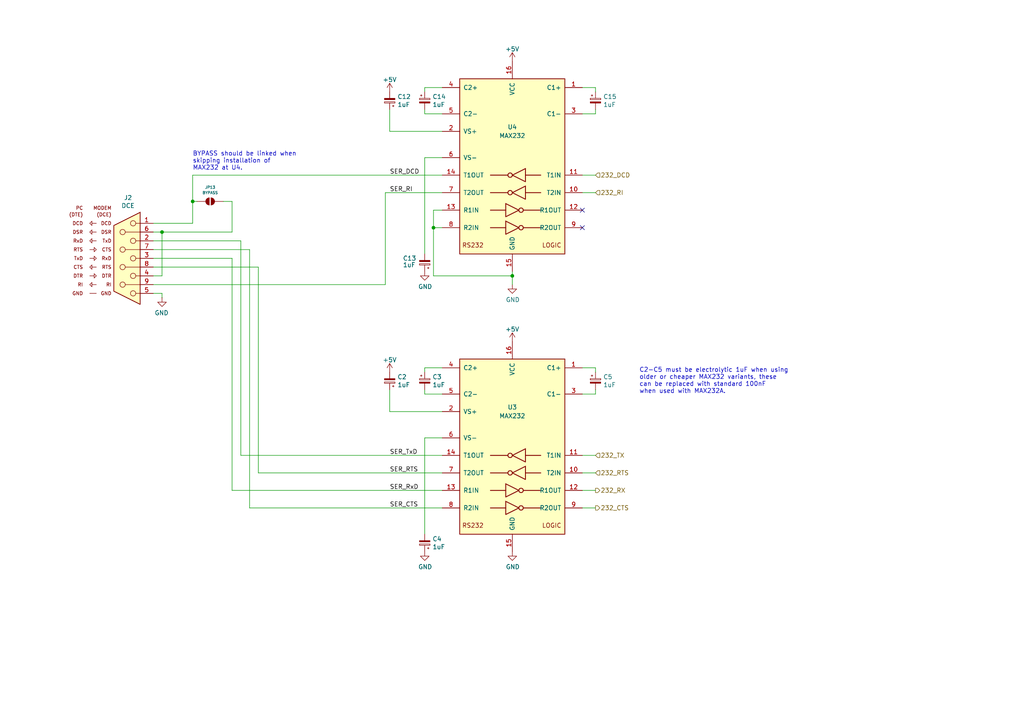
<source format=kicad_sch>
(kicad_sch (version 20231120) (generator "eeschema") (generator_version "8.0")
  (paper "A4")
  (title_block (title "BulkyModem-32 Module (RS-232)") (rev "A"))
  (lib_symbols
    (symbol "Device:C_Polarized_Small" (pin_numbers hide) (pin_names (offset 0.254) hide)
      (property "Reference" "C" (at 0.254 1.778 0))
      (property "Value" "C_Polarized_Small" (at 0.254 -2.032 0))
      (symbol "C_Polarized_Small_0_1"
        (rectangle (start -1.524 -0.3048) (end 1.524 -0.6858) (fill (type outline)))
        (rectangle (start -1.524 0.6858) (end 1.524 0.3048))
        (polyline (pts (xy -1.27 1.524) (xy -0.762 1.524)))
        (polyline (pts (xy -1.016 1.27) (xy -1.016 1.778)))
      )
      (symbol "C_Polarized_Small_1_1"
        (pin passive line (at 0 2.54 270) (length 1.8542) (name "~") (number "1"))
        (pin passive line (at 0 -2.54 90) (length 1.8542) (name "~") (number "2"))
      )
    )
    (symbol "Interface_UART:MAX232" (pin_names (offset 1.016))
      (property "Reference" "U" (at -2.54 28.575 0))
      (property "Value" "MAX232" (at -2.54 26.67 0))
      (symbol "MAX232_0_0"
        (text "LOGIC" (at -11.43 -22.86 0) (effects (font (size 1.27 1.27))))
        (text "RS232" (at 11.43 -22.86 0) (effects (font (size 1.27 1.27))))
      )
      (symbol "MAX232_0_1"
        (rectangle (start -15.24 -25.4) (end 15.24 25.4) (stroke (width 0.254)) (fill (type background)))
        (circle (center -2.54 -17.78) (radius 0.635) (stroke (width 0.254)))
        (circle (center -2.54 -12.7) (radius 0.635) (stroke (width 0.254)))
        (polyline (pts (xy -3.81 -7.62) (xy -8.255 -7.62)) (stroke (width 0.254)))
        (polyline (pts (xy -3.81 -2.54) (xy -8.255 -2.54)) (stroke (width 0.254)))
        (polyline (pts (xy -3.175 -17.78) (xy -8.255 -17.78)) (stroke (width 0.254)))
        (polyline (pts (xy -3.175 -12.7) (xy -8.255 -12.7)) (stroke (width 0.254)))
        (polyline (pts (xy 1.27 -7.62) (xy 6.35 -7.62)) (stroke (width 0.254)))
        (polyline (pts (xy 1.27 -2.54) (xy 6.35 -2.54)) (stroke (width 0.254)))
        (polyline (pts (xy 1.905 -17.78) (xy 6.35 -17.78)) (stroke (width 0.254)))
        (polyline (pts (xy 1.905 -12.7) (xy 6.35 -12.7)) (stroke (width 0.254)))
        (polyline (pts (xy -3.81 -5.715) (xy -3.81 -9.525) (xy 0 -7.62) (xy -3.81 -5.715)) (stroke (width 0.254)))
        (polyline (pts (xy -3.81 -0.635) (xy -3.81 -4.445) (xy 0 -2.54) (xy -3.81 -0.635)) (stroke (width 0.254)))
        (polyline (pts (xy 1.905 -15.875) (xy 1.905 -19.685) (xy -1.905 -17.78) (xy 1.905 -15.875)) (stroke (width 0.254)))
        (polyline (pts (xy 1.905 -10.795) (xy 1.905 -14.605) (xy -1.905 -12.7) (xy 1.905 -10.795)) (stroke (width 0.254)))
        (circle (center 0.635 -7.62) (radius 0.635) (stroke (width 0.254)))
        (circle (center 0.635 -2.54) (radius 0.635) (stroke (width 0.254)))
      )
      (symbol "MAX232_1_1"
        (pin passive line (at -20.32 22.86 0) (length 5.08) (name "C1+") (number "1"))
        (pin input line (at -20.32 -7.62 0) (length 5.08) (name "T2IN") (number "10"))
        (pin input line (at -20.32 -2.54 0) (length 5.08) (name "T1IN") (number "11"))
        (pin output line (at -20.32 -12.7 0) (length 5.08) (name "R1OUT") (number "12"))
        (pin input line (at 20.32 -12.7 180) (length 5.08) (name "R1IN") (number "13"))
        (pin output line (at 20.32 -2.54 180) (length 5.08) (name "T1OUT") (number "14"))
        (pin power_in line (at 0 -30.48 90) (length 5.08) (name "GND") (number "15"))
        (pin power_in line (at 0 30.48 270) (length 5.08) (name "VCC") (number "16"))
        (pin power_out line (at 20.32 10.16 180) (length 5.08) (name "VS+") (number "2"))
        (pin passive line (at -20.32 15.24 0) (length 5.08) (name "C1-") (number "3"))
        (pin passive line (at 20.32 22.86 180) (length 5.08) (name "C2+") (number "4"))
        (pin passive line (at 20.32 15.24 180) (length 5.08) (name "C2-") (number "5"))
        (pin power_out line (at 20.32 2.54 180) (length 5.08) (name "VS-") (number "6"))
        (pin output line (at 20.32 -7.62 180) (length 5.08) (name "T2OUT") (number "7"))
        (pin input line (at 20.32 -17.78 180) (length 5.08) (name "R2IN") (number "8"))
        (pin output line (at -20.32 -17.78 0) (length 5.08) (name "R2OUT") (number "9"))
      )
    )
    (symbol "Jumper:SolderJumper_2_Open" (pin_numbers hide) (pin_names (offset 0) hide) (exclude_from_sim yes) (in_bom no)
      (property "Reference" "JP" (at 0 2.032 0))
      (property "Value" "SolderJumper_2_Open" (at 0 -2.54 0))
      (symbol "SolderJumper_2_Open_0_1"
        (arc (start -0.254 1.016) (mid -1.2656 0) (end -0.254 -1.016))
        (arc (start -0.254 1.016) (mid -1.2656 0) (end -0.254 -1.016) (fill (type outline)))
        (polyline (pts (xy -0.254 1.016) (xy -0.254 -1.016)))
        (polyline (pts (xy 0.254 1.016) (xy 0.254 -1.016)))
        (arc (start 0.254 -1.016) (mid 1.2656 0) (end 0.254 1.016))
        (arc (start 0.254 -1.016) (mid 1.2656 0) (end 0.254 1.016) (fill (type outline)))
      )
      (symbol "SolderJumper_2_Open_1_1"
        (pin passive line (at -3.81 0 0) (length 2.54) (name "A") (number "1"))
        (pin passive line (at 3.81 0 180) (length 2.54) (name "B") (number "2"))
      )
    )
    (symbol "power:+5V" (power) (pin_numbers hide) (pin_names (offset 0) hide)
      (property "Value" "+5V" (at 0 3.556 0))
      (symbol "+5V_0_1"
        (polyline (pts (xy -0.762 1.27) (xy 0 2.54)))
        (polyline (pts (xy 0 0) (xy 0 2.54)))
        (polyline (pts (xy 0 2.54) (xy 0.762 1.27)))
      )
      (symbol "+5V_1_1"
        (pin power_in line (at 0 0 90) (length 0) (name "~") (number "1"))
      )
    )
    (symbol "power:GND" (power) (pin_numbers hide) (pin_names (offset 0) hide)
      (property "Value" "GND" (at 0 -3.81 0))
      (symbol "GND_0_1"
        (polyline (pts (xy 0 0) (xy 0 -1.27) (xy 1.27 -1.27) (xy 0 -2.54) (xy -1.27 -1.27) (xy 0 -1.27)))
      )
      (symbol "GND_1_1"
        (pin power_in line (at 0 0 270) (length 0) (name "~") (number "1"))
      )
    )
    (symbol "rs232_port:RS232_DCE" (pin_names (offset 1.016) hide)
      (property "Reference" "J" (at 0 13.97 0))
      (property "Value" "RS232_DCE" (at 0 -14.605 0))
      (symbol "RS232_DCE_0_0"
        (text "DSR" (at 4.445 7.62 0) (effects (font (size 0.9906 0.9906)) (justify left)))
      )
      (symbol "RS232_DCE_0_1"
        (circle (center -1.778 -10.16) (radius 0.762))
        (circle (center -1.778 -5.08) (radius 0.762))
        (circle (center -1.778 0) (radius 0.762))
        (circle (center -1.778 5.08) (radius 0.762))
        (circle (center -1.778 10.16) (radius 0.762))
        (polyline (pts (xy -3.81 -10.16) (xy -2.54 -10.16)))
        (polyline (pts (xy -3.81 -7.62) (xy 0.508 -7.62)))
        (polyline (pts (xy -3.81 -5.08) (xy -2.54 -5.08)))
        (polyline (pts (xy -3.81 -2.54) (xy 0.508 -2.54)))
        (polyline (pts (xy -3.81 0) (xy -2.54 0)))
        (polyline (pts (xy -3.81 2.54) (xy 0.508 2.54)))
        (polyline (pts (xy -3.81 5.08) (xy -2.54 5.08)))
        (polyline (pts (xy -3.81 7.62) (xy 0.508 7.62)))
        (polyline (pts (xy -3.81 10.16) (xy -2.54 10.16)))
        (polyline (pts (xy -3.81 13.335) (xy -3.81 -13.335) (xy 3.81 -9.525) (xy 3.81 9.525) (xy -3.81 13.335)) (stroke (width 0.254)) (fill (type background)))
        (circle (center 1.27 -7.62) (radius 0.762))
        (circle (center 1.27 -2.54) (radius 0.762))
        (circle (center 1.27 2.54) (radius 0.762))
        (circle (center 1.27 7.62) (radius 0.762))
      )
      (symbol "RS232_DCE_1_1"
        (polyline (pts (xy 8.89 -10.16) (xy 10.795 -10.16)))
        (polyline (pts (xy 9.525 -5.08) (xy 10.795 -5.08)))
        (polyline (pts (xy 9.525 0) (xy 10.795 0)))
        (polyline (pts (xy 9.525 2.54) (xy 10.795 2.54)))
        (polyline (pts (xy 10.16 -7.62) (xy 8.89 -7.62)))
        (polyline (pts (xy 10.16 -2.54) (xy 8.89 -2.54)))
        (polyline (pts (xy 10.16 5.08) (xy 8.89 5.08)))
        (polyline (pts (xy 10.16 7.62) (xy 8.89 7.62)))
        (polyline (pts (xy 10.16 10.16) (xy 8.89 10.16)))
        (polyline (pts (xy 8.89 -5.08) (xy 9.525 -5.715) (xy 9.525 -4.445) (xy 8.89 -5.08)))
        (polyline (pts (xy 8.89 0) (xy 9.525 -0.635) (xy 9.525 0.635) (xy 8.89 0)))
        (polyline (pts (xy 8.89 2.54) (xy 9.525 1.905) (xy 9.525 3.175) (xy 8.89 2.54)))
        (polyline (pts (xy 10.795 -7.62) (xy 10.16 -6.985) (xy 10.16 -8.255) (xy 10.795 -7.62)))
        (polyline (pts (xy 10.795 -2.54) (xy 10.16 -1.905) (xy 10.16 -3.175) (xy 10.795 -2.54)))
        (polyline (pts (xy 10.795 5.08) (xy 10.16 5.715) (xy 10.16 4.445) (xy 10.795 5.08)))
        (polyline (pts (xy 10.795 7.62) (xy 10.16 8.255) (xy 10.16 6.985) (xy 10.795 7.62)))
        (polyline (pts (xy 10.795 10.16) (xy 10.16 10.795) (xy 10.16 9.525) (xy 10.795 10.16)))
        (text "(DCE)" (at 4.445 12.7 0) (effects (font (size 0.9906 0.9906)) (justify left)))
        (text "(DTE)" (at 12.7 12.7 0) (effects (font (size 0.9906 0.9906)) (justify left)))
        (text "CTS" (at 4.445 2.54 0) (effects (font (size 0.9906 0.9906)) (justify left)))
        (text "CTS" (at 12.7 -2.54 0) (effects (font (size 0.9906 0.9906)) (justify left)))
        (text "DCD" (at 4.445 10.16 0) (effects (font (size 0.9906 0.9906)) (justify left)))
        (text "DCD" (at 12.7 10.16 0) (effects (font (size 0.9906 0.9906)) (justify left)))
        (text "DSR" (at 12.7 7.62 0) (effects (font (size 0.9906 0.9906)) (justify left)))
        (text "DTR" (at 4.445 -5.08 0) (effects (font (size 0.9906 0.9906)) (justify left)))
        (text "DTR" (at 12.7 -5.08 0) (effects (font (size 0.9906 0.9906)) (justify left)))
        (text "GND" (at 4.445 -10.16 0) (effects (font (size 0.9906 0.9906)) (justify left)))
        (text "GND" (at 12.7 -10.16 0) (effects (font (size 0.9906 0.9906)) (justify left)))
        (text "MODEM" (at 4.445 14.605 0) (effects (font (size 0.9906 0.9906)) (justify left)))
        (text "PC" (at 12.7 14.605 0) (effects (font (size 0.9906 0.9906)) (justify left)))
        (text "RI" (at 4.445 -7.62 0) (effects (font (size 0.9906 0.9906)) (justify left)))
        (text "RI" (at 12.7 -7.62 0) (effects (font (size 0.9906 0.9906)) (justify left)))
        (text "RTS" (at 4.445 -2.54 0) (effects (font (size 0.9906 0.9906)) (justify left)))
        (text "RTS" (at 12.7 2.54 0) (effects (font (size 0.9906 0.9906)) (justify left)))
        (text "RxD" (at 4.445 0 0) (effects (font (size 0.9906 0.9906)) (justify left)))
        (text "RxD" (at 12.7 5.08 0) (effects (font (size 0.9906 0.9906)) (justify left)))
        (text "TxD" (at 4.445 5.08 0) (effects (font (size 0.9906 0.9906)) (justify left)))
        (text "TxD" (at 12.7 0 0) (effects (font (size 0.9906 0.9906)) (justify left)))
        (pin input line (at -7.62 10.16 0) (length 3.81) (name "1") (number "1"))
        (pin input line (at -7.62 5.08 0) (length 3.81) (name "2") (number "2"))
        (pin output line (at -7.62 0 0) (length 3.81) (name "3") (number "3"))
        (pin output line (at -7.62 -5.08 0) (length 3.81) (name "4") (number "4"))
        (pin passive line (at -7.62 -10.16 0) (length 3.81) (name "5") (number "5"))
        (pin input line (at -7.62 7.62 0) (length 3.81) (name "6") (number "6"))
        (pin output line (at -7.62 2.54 0) (length 3.81) (name "7") (number "7"))
        (pin input line (at -7.62 -2.54 0) (length 3.81) (name "8") (number "8"))
        (pin input line (at -7.62 -7.62 0) (length 3.81) (name "9") (number "9"))
      )
    )
  )
  (junction (at 148.59 80.01))
  (junction (at 46.99 67.31))
  (junction (at 125.73 66.04))
  (junction (at 55.88 58.42))
  (no_connect (at 168.91 60.96))
  (no_connect (at 168.91 66.04))
  (wire (pts (xy 123.19 106.68) (xy 128.27 106.68)))
  (wire (pts (xy 44.45 77.47) (xy 74.93 77.47)))
  (wire (pts (xy 67.31 142.24) (xy 128.27 142.24)))
  (wire (pts (xy 113.03 119.38) (xy 128.27 119.38)))
  (wire (pts (xy 67.31 67.31) (xy 67.31 58.42)))
  (wire (pts (xy 67.31 74.93) (xy 67.31 142.24)))
  (wire (pts (xy 172.72 113.03) (xy 172.72 114.3)))
  (wire (pts (xy 44.45 82.55) (xy 111.76 82.55)))
  (wire (pts (xy 74.93 77.47) (xy 74.93 137.16)))
  (wire (pts (xy 111.76 55.88) (xy 128.27 55.88)))
  (wire (pts (xy 168.91 142.24) (xy 172.72 142.24)))
  (wire (pts (xy 46.99 85.09) (xy 46.99 86.36)))
  (wire (pts (xy 148.59 80.01) (xy 125.73 80.01)))
  (wire (pts (xy 123.19 127) (xy 128.27 127)))
  (wire (pts (xy 123.19 33.02) (xy 128.27 33.02)))
  (wire (pts (xy 72.39 147.32) (xy 128.27 147.32)))
  (wire (pts (xy 168.91 147.32) (xy 172.72 147.32)))
  (wire (pts (xy 44.45 80.01) (xy 46.99 80.01)))
  (wire (pts (xy 113.03 113.03) (xy 113.03 119.38)))
  (wire (pts (xy 148.59 82.55) (xy 148.59 80.01)))
  (wire (pts (xy 123.19 25.4) (xy 123.19 26.67)))
  (wire (pts (xy 123.19 31.75) (xy 123.19 33.02)))
  (wire (pts (xy 125.73 66.04) (xy 125.73 60.96)))
  (wire (pts (xy 44.45 74.93) (xy 67.31 74.93)))
  (wire (pts (xy 55.88 64.77) (xy 55.88 58.42)))
  (wire (pts (xy 46.99 67.31) (xy 67.31 67.31)))
  (wire (pts (xy 55.88 58.42) (xy 55.88 50.8)))
  (wire (pts (xy 46.99 67.31) (xy 44.45 67.31)))
  (wire (pts (xy 46.99 80.01) (xy 46.99 67.31)))
  (wire (pts (xy 55.88 50.8) (xy 128.27 50.8)))
  (wire (pts (xy 74.93 137.16) (xy 128.27 137.16)))
  (wire (pts (xy 123.19 25.4) (xy 128.27 25.4)))
  (wire (pts (xy 44.45 72.39) (xy 72.39 72.39)))
  (wire (pts (xy 168.91 137.16) (xy 172.72 137.16)))
  (wire (pts (xy 123.19 113.03) (xy 123.19 114.3)))
  (wire (pts (xy 72.39 72.39) (xy 72.39 147.32)))
  (wire (pts (xy 172.72 25.4) (xy 168.91 25.4)))
  (wire (pts (xy 168.91 55.88) (xy 172.72 55.88)))
  (wire (pts (xy 168.91 132.08) (xy 172.72 132.08)))
  (wire (pts (xy 148.59 78.74) (xy 148.59 80.01)))
  (wire (pts (xy 172.72 25.4) (xy 172.72 26.67)))
  (wire (pts (xy 125.73 66.04) (xy 128.27 66.04)))
  (wire (pts (xy 44.45 64.77) (xy 55.88 64.77)))
  (wire (pts (xy 172.72 106.68) (xy 172.72 107.95)))
  (wire (pts (xy 123.19 127) (xy 123.19 154.94)))
  (wire (pts (xy 57.15 58.42) (xy 55.88 58.42)))
  (wire (pts (xy 172.72 106.68) (xy 168.91 106.68)))
  (wire (pts (xy 67.31 58.42) (xy 64.77 58.42)))
  (wire (pts (xy 123.19 45.72) (xy 128.27 45.72)))
  (wire (pts (xy 172.72 33.02) (xy 168.91 33.02)))
  (wire (pts (xy 123.19 106.68) (xy 123.19 107.95)))
  (wire (pts (xy 44.45 85.09) (xy 46.99 85.09)))
  (wire (pts (xy 168.91 50.8) (xy 172.72 50.8)))
  (wire (pts (xy 44.45 69.85) (xy 69.85 69.85)))
  (wire (pts (xy 113.03 38.1) (xy 128.27 38.1)))
  (wire (pts (xy 111.76 82.55) (xy 111.76 55.88)))
  (wire (pts (xy 69.85 132.08) (xy 128.27 132.08)))
  (wire (pts (xy 69.85 69.85) (xy 69.85 132.08)))
  (wire (pts (xy 172.72 31.75) (xy 172.72 33.02)))
  (wire (pts (xy 125.73 80.01) (xy 125.73 66.04)))
  (wire (pts (xy 172.72 114.3) (xy 168.91 114.3)))
  (wire (pts (xy 123.19 114.3) (xy 128.27 114.3)))
  (wire (pts (xy 113.03 31.75) (xy 113.03 38.1)))
  (wire (pts (xy 123.19 45.72) (xy 123.19 73.66)))
  (wire (pts (xy 125.73 60.96) (xy 128.27 60.96)))
  (text "C2-C5 must be electrolytic 1uF when using\nolder or cheaper MAX232 variants, these\ncan be replaced with standard 100nF\nwhen used with MAX232A." (at 185.42 114.3 0) (effects (font (size 1.27 1.27)) (justify left bottom)))
  (text "BYPASS should be linked when\nskipping installation of\nMAX232 at U4." (at 55.88 49.53 0) (effects (font (size 1.27 1.27)) (justify left bottom)))
  (label "SER_RxD" (at 113.03 142.24 0))
  (label "SER_DCD" (at 113.03 50.8 0))
  (label "SER_CTS" (at 113.03 147.32 0))
  (label "SER_RTS" (at 113.03 137.16 0))
  (label "SER_RI" (at 113.03 55.88 0))
  (label "SER_TxD" (at 113.03 132.08 0))
  (hierarchical_label "232_RTS" (shape input) (at 172.72 137.16 0))
  (hierarchical_label "232_DCD" (shape input) (at 172.72 50.8 0))
  (hierarchical_label "232_CTS" (shape output) (at 172.72 147.32 0))
  (hierarchical_label "232_RI" (shape input) (at 172.72 55.88 0))
  (hierarchical_label "232_RX" (shape output) (at 172.72 142.24 0))
  (hierarchical_label "232_TX" (shape input) (at 172.72 132.08 0))
  (symbol (lib_id "Interface_UART:MAX232") (at 148.59 48.26 0) (mirror y) (unit 1)
    (property "Reference" "U4" (at 148.59 36.83 0))
    (property "Value" "MAX232" (at 148.59 39.37 0))
    (property "Footprint" "Package_DIP:DIP-16_W7.62mm_Socket_LongPads" (effects (hide yes)))
    (property "Datasheet" "http://www.ti.com/lit/ds/symlink/max232.pdf" (effects (hide yes)))
    (property "Description" "Dual RS232 driver/receiver, 5V supply, 120kb/s, 0C-70C" (effects (hide yes)))
  )
  (symbol (lib_id "power:GND") (at 148.59 82.55 0) (unit 1)
    (property "Reference" "#PWR09" (effects (hide yes)))
    (property "Value" "GND" (at 148.717 86.9442 0))
    (property "Description" "Power symbol creates a global label with name \"GND\" , ground" (effects (hide yes)))
  )
  (symbol (lib_id "power:+5V") (at 148.59 17.78 0) (unit 1)
    (property "Reference" "#PWR08" (effects (hide yes)))
    (property "Value" "+5V" (at 148.59 14.224 0))
    (property "Description" "Power symbol creates a global label with name \"+5V\"" (effects (hide yes)))
  )
  (symbol (lib_id "power:+5V") (at 113.03 26.67 0) (unit 1)
    (property "Reference" "#PWR06" (effects (hide yes)))
    (property "Value" "+5V" (at 113.03 23.114 0))
    (property "Description" "Power symbol creates a global label with name \"+5V\"" (effects (hide yes)))
  )
  (symbol (lib_id "power:GND") (at 123.19 78.74 0) (unit 1)
    (property "Reference" "#PWR07" (effects (hide yes)))
    (property "Value" "GND" (at 123.317 83.1342 0))
    (property "Description" "Power symbol creates a global label with name \"GND\" , ground" (effects (hide yes)))
  )
  (symbol (lib_id "Device:C_Polarized_Small") (at 172.72 29.21 0) (unit 1)
    (property "Reference" "C15" (at 174.9552 28.0416 0) (effects (justify left)))
    (property "Value" "1uF" (at 174.9552 30.353 0) (effects (justify left)))
    (property "Footprint" "BulkyModem:CP_Radial_D4.0mm_P2.00mm_Custom" (effects (hide yes)))
    (property "Description" "Polarized capacitor, small symbol" (effects (hide yes)))
  )
  (symbol (lib_id "Device:C_Polarized_Small") (at 123.19 29.21 0) (unit 1)
    (property "Reference" "C14" (at 125.4252 28.0416 0) (effects (justify left)))
    (property "Value" "1uF" (at 125.4252 30.353 0) (effects (justify left)))
    (property "Footprint" "BulkyModem:CP_Radial_D4.0mm_P2.00mm_Custom" (effects (hide yes)))
    (property "Description" "Polarized capacitor, small symbol" (effects (hide yes)))
  )
  (symbol (lib_id "Device:C_Polarized_Small") (at 113.03 29.21 180) (unit 1)
    (property "Reference" "C12" (at 115.2652 28.0416 0) (effects (justify right)))
    (property "Value" "1uF" (at 115.2652 30.353 0) (effects (justify right)))
    (property "Footprint" "BulkyModem:CP_Radial_D4.0mm_P2.00mm_Custom" (effects (hide yes)))
    (property "Description" "Polarized capacitor, small symbol" (effects (hide yes)))
  )
  (symbol (lib_id "Device:C_Polarized_Small") (at 123.19 76.2 180) (unit 1)
    (property "Reference" "C13" (at 116.84 74.93 0) (effects (justify right)))
    (property "Value" "1uF" (at 116.84 76.835 0) (effects (justify right)))
    (property "Footprint" "BulkyModem:CP_Radial_D4.0mm_P2.00mm_Custom" (effects (hide yes)))
    (property "Description" "Polarized capacitor, small symbol" (effects (hide yes)))
  )
  (symbol (lib_id "Jumper:SolderJumper_2_Open") (at 60.96 58.42 0) (unit 1)
    (property "Reference" "JP13" (at 60.96 54.3306 0) (effects (font (size 0.7874 0.7874))))
    (property "Value" "BYPASS" (at 60.96 55.9054 0) (effects (font (size 0.7874 0.7874))))
    (property "Footprint" "solder_bridge:SolderJumper-2_P1.3mm_Open_Pad1.0x1.5mm" (effects (hide yes)))
    (property "Description" "Solder Jumper, 2-pole, open" (effects (hide yes)))
  )
  (symbol (lib_id "Interface_UART:MAX232") (at 148.59 129.54 0) (mirror y) (unit 1)
    (property "Reference" "U3" (at 148.59 118.11 0))
    (property "Value" "MAX232" (at 148.59 120.65 0))
    (property "Footprint" "Package_DIP:DIP-16_W7.62mm_Socket_LongPads" (effects (hide yes)))
    (property "Datasheet" "http://www.ti.com/lit/ds/symlink/max232.pdf" (effects (hide yes)))
    (property "Description" "Dual RS232 driver/receiver, 5V supply, 120kb/s, 0C-70C" (effects (hide yes)))
  )
  (symbol (lib_id "power:GND") (at 148.59 160.02 0) (unit 1)
    (property "Reference" "#PWR0111" (effects (hide yes)))
    (property "Value" "GND" (at 148.717 164.4142 0))
    (property "Description" "Power symbol creates a global label with name \"GND\" , ground" (effects (hide yes)))
  )
  (symbol (lib_id "power:+5V") (at 148.59 99.06 0) (unit 1)
    (property "Reference" "#PWR0112" (effects (hide yes)))
    (property "Value" "+5V" (at 148.59 95.504 0))
    (property "Description" "Power symbol creates a global label with name \"+5V\"" (effects (hide yes)))
  )
  (symbol (lib_id "power:+5V") (at 113.03 107.95 0) (unit 1)
    (property "Reference" "#PWR0113" (effects (hide yes)))
    (property "Value" "+5V" (at 113.03 104.394 0))
    (property "Description" "Power symbol creates a global label with name \"+5V\"" (effects (hide yes)))
  )
  (symbol (lib_id "power:GND") (at 123.19 160.02 0) (unit 1)
    (property "Reference" "#PWR0114" (effects (hide yes)))
    (property "Value" "GND" (at 123.317 164.4142 0))
    (property "Description" "Power symbol creates a global label with name \"GND\" , ground" (effects (hide yes)))
  )
  (symbol (lib_id "rs232_port:RS232_DCE") (at 36.83 74.93 0) (mirror y) (unit 1)
    (property "Reference" "J2" (at 37.1348 57.3532 0))
    (property "Value" "DCE" (at 37.1348 59.6646 0))
    (property "Footprint" "RND_DSUB:DSUB-9_Female_Horizontal_P2.77x2.84mm_EdgePinOffset7.70mm_Housed_MountingHolesOffset9.12mm" (effects (hide yes)))
    (property "Description" "9-pin female D-SUB connector" (effects (hide yes)))
  )
  (symbol (lib_id "power:GND") (at 46.99 86.36 0) (mirror y) (unit 1)
    (property "Reference" "#PWR0115" (effects (hide yes)))
    (property "Value" "GND" (at 46.863 90.7542 0))
    (property "Description" "Power symbol creates a global label with name \"GND\" , ground" (effects (hide yes)))
  )
  (symbol (lib_id "Device:C_Polarized_Small") (at 172.72 110.49 0) (unit 1)
    (property "Reference" "C5" (at 174.9552 109.3216 0) (effects (justify left)))
    (property "Value" "1uF" (at 174.9552 111.633 0) (effects (justify left)))
    (property "Footprint" "BulkyModem:CP_Radial_D4.0mm_P2.00mm_Custom" (effects (hide yes)))
    (property "Description" "Polarized capacitor, small symbol" (effects (hide yes)))
  )
  (symbol (lib_id "Device:C_Polarized_Small") (at 123.19 110.49 0) (unit 1)
    (property "Reference" "C3" (at 125.4252 109.3216 0) (effects (justify left)))
    (property "Value" "1uF" (at 125.4252 111.633 0) (effects (justify left)))
    (property "Footprint" "BulkyModem:CP_Radial_D4.0mm_P2.00mm_Custom" (effects (hide yes)))
    (property "Description" "Polarized capacitor, small symbol" (effects (hide yes)))
  )
  (symbol (lib_id "Device:C_Polarized_Small") (at 113.03 110.49 180) (unit 1)
    (property "Reference" "C2" (at 115.2652 109.3216 0) (effects (justify right)))
    (property "Value" "1uF" (at 115.2652 111.633 0) (effects (justify right)))
    (property "Footprint" "BulkyModem:CP_Radial_D4.0mm_P2.00mm_Custom" (effects (hide yes)))
    (property "Description" "Polarized capacitor, small symbol" (effects (hide yes)))
  )
  (symbol (lib_id "Device:C_Polarized_Small") (at 123.19 157.48 180) (unit 1)
    (property "Reference" "C4" (at 125.4252 156.3116 0) (effects (justify right)))
    (property "Value" "1uF" (at 125.4252 158.623 0) (effects (justify right)))
    (property "Footprint" "BulkyModem:CP_Radial_D4.0mm_P2.00mm_Custom" (effects (hide yes)))
    (property "Description" "Polarized capacitor, small symbol" (effects (hide yes)))
  )
)
</source>
